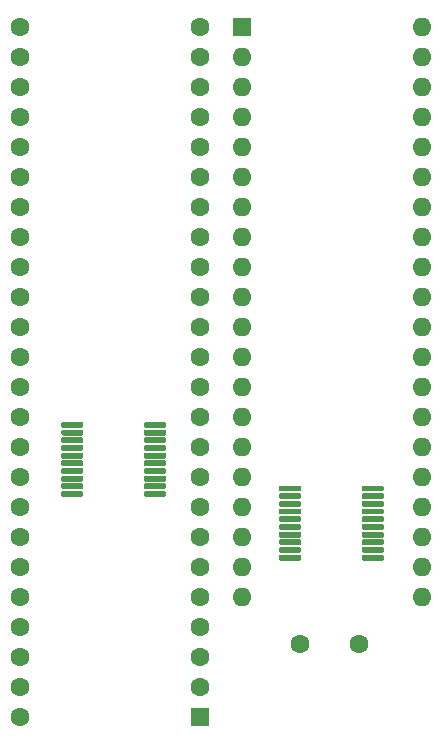
<source format=gbr>
G04 #@! TF.GenerationSoftware,KiCad,Pcbnew,(5.1.8)-1*
G04 #@! TF.CreationDate,2021-03-17T09:54:22-07:00*
G04 #@! TF.ProjectId,MCL64,4d434c36-342e-46b6-9963-61645f706362,rev?*
G04 #@! TF.SameCoordinates,Original*
G04 #@! TF.FileFunction,Soldermask,Bot*
G04 #@! TF.FilePolarity,Negative*
%FSLAX46Y46*%
G04 Gerber Fmt 4.6, Leading zero omitted, Abs format (unit mm)*
G04 Created by KiCad (PCBNEW (5.1.8)-1) date 2021-03-17 09:54:22*
%MOMM*%
%LPD*%
G01*
G04 APERTURE LIST*
%ADD10C,1.600000*%
%ADD11R,1.600000X1.600000*%
%ADD12O,1.600000X1.600000*%
G04 APERTURE END LIST*
D10*
X118532920Y-136410700D03*
X113532920Y-136410700D03*
X89847420Y-142618460D03*
X89847420Y-140078460D03*
X89847420Y-137538460D03*
X89847420Y-134998460D03*
X89847420Y-132458460D03*
X89847420Y-129918460D03*
X89847420Y-127378460D03*
X89847420Y-124838460D03*
X89847420Y-122298460D03*
X89847420Y-119758460D03*
X89847420Y-117218460D03*
X89847420Y-114678460D03*
X89847420Y-112138460D03*
X89847420Y-109598460D03*
D11*
X105087420Y-142618460D03*
D10*
X105087420Y-140078460D03*
X105087420Y-137538460D03*
X105087420Y-134998460D03*
X105087420Y-132458460D03*
X105087420Y-129918460D03*
X105087420Y-127378460D03*
X105087420Y-124838460D03*
X105087420Y-122298460D03*
X105087420Y-119758460D03*
X105087420Y-117218460D03*
X105087420Y-114678460D03*
X105087420Y-112138460D03*
X89847420Y-107058460D03*
X89847420Y-104518460D03*
X89847420Y-101978460D03*
X89847420Y-99438460D03*
X89847420Y-96898460D03*
X89847420Y-94358460D03*
X89847420Y-91818460D03*
X89847420Y-89278460D03*
X89847420Y-86738460D03*
X89847420Y-84198460D03*
X105087420Y-84198460D03*
X105087420Y-86738460D03*
X105087420Y-89278460D03*
X105087420Y-91818460D03*
X105087420Y-109598460D03*
X105087420Y-107058460D03*
X105087420Y-104518460D03*
X105087420Y-94358460D03*
X105087420Y-96898460D03*
X105087420Y-99438460D03*
X105087420Y-101978460D03*
G36*
G01*
X95224760Y-117775260D02*
X95224760Y-118025260D01*
G75*
G02*
X95099760Y-118150260I-125000J0D01*
G01*
X93449760Y-118150260D01*
G75*
G02*
X93324760Y-118025260I0J125000D01*
G01*
X93324760Y-117775260D01*
G75*
G02*
X93449760Y-117650260I125000J0D01*
G01*
X95099760Y-117650260D01*
G75*
G02*
X95224760Y-117775260I0J-125000D01*
G01*
G37*
G36*
G01*
X95224760Y-118425260D02*
X95224760Y-118675260D01*
G75*
G02*
X95099760Y-118800260I-125000J0D01*
G01*
X93449760Y-118800260D01*
G75*
G02*
X93324760Y-118675260I0J125000D01*
G01*
X93324760Y-118425260D01*
G75*
G02*
X93449760Y-118300260I125000J0D01*
G01*
X95099760Y-118300260D01*
G75*
G02*
X95224760Y-118425260I0J-125000D01*
G01*
G37*
G36*
G01*
X95224760Y-119075260D02*
X95224760Y-119325260D01*
G75*
G02*
X95099760Y-119450260I-125000J0D01*
G01*
X93449760Y-119450260D01*
G75*
G02*
X93324760Y-119325260I0J125000D01*
G01*
X93324760Y-119075260D01*
G75*
G02*
X93449760Y-118950260I125000J0D01*
G01*
X95099760Y-118950260D01*
G75*
G02*
X95224760Y-119075260I0J-125000D01*
G01*
G37*
G36*
G01*
X95224760Y-119725260D02*
X95224760Y-119975260D01*
G75*
G02*
X95099760Y-120100260I-125000J0D01*
G01*
X93449760Y-120100260D01*
G75*
G02*
X93324760Y-119975260I0J125000D01*
G01*
X93324760Y-119725260D01*
G75*
G02*
X93449760Y-119600260I125000J0D01*
G01*
X95099760Y-119600260D01*
G75*
G02*
X95224760Y-119725260I0J-125000D01*
G01*
G37*
G36*
G01*
X95224760Y-120375260D02*
X95224760Y-120625260D01*
G75*
G02*
X95099760Y-120750260I-125000J0D01*
G01*
X93449760Y-120750260D01*
G75*
G02*
X93324760Y-120625260I0J125000D01*
G01*
X93324760Y-120375260D01*
G75*
G02*
X93449760Y-120250260I125000J0D01*
G01*
X95099760Y-120250260D01*
G75*
G02*
X95224760Y-120375260I0J-125000D01*
G01*
G37*
G36*
G01*
X95224760Y-121025260D02*
X95224760Y-121275260D01*
G75*
G02*
X95099760Y-121400260I-125000J0D01*
G01*
X93449760Y-121400260D01*
G75*
G02*
X93324760Y-121275260I0J125000D01*
G01*
X93324760Y-121025260D01*
G75*
G02*
X93449760Y-120900260I125000J0D01*
G01*
X95099760Y-120900260D01*
G75*
G02*
X95224760Y-121025260I0J-125000D01*
G01*
G37*
G36*
G01*
X95224760Y-121675260D02*
X95224760Y-121925260D01*
G75*
G02*
X95099760Y-122050260I-125000J0D01*
G01*
X93449760Y-122050260D01*
G75*
G02*
X93324760Y-121925260I0J125000D01*
G01*
X93324760Y-121675260D01*
G75*
G02*
X93449760Y-121550260I125000J0D01*
G01*
X95099760Y-121550260D01*
G75*
G02*
X95224760Y-121675260I0J-125000D01*
G01*
G37*
G36*
G01*
X95224760Y-122325260D02*
X95224760Y-122575260D01*
G75*
G02*
X95099760Y-122700260I-125000J0D01*
G01*
X93449760Y-122700260D01*
G75*
G02*
X93324760Y-122575260I0J125000D01*
G01*
X93324760Y-122325260D01*
G75*
G02*
X93449760Y-122200260I125000J0D01*
G01*
X95099760Y-122200260D01*
G75*
G02*
X95224760Y-122325260I0J-125000D01*
G01*
G37*
G36*
G01*
X95224760Y-122975260D02*
X95224760Y-123225260D01*
G75*
G02*
X95099760Y-123350260I-125000J0D01*
G01*
X93449760Y-123350260D01*
G75*
G02*
X93324760Y-123225260I0J125000D01*
G01*
X93324760Y-122975260D01*
G75*
G02*
X93449760Y-122850260I125000J0D01*
G01*
X95099760Y-122850260D01*
G75*
G02*
X95224760Y-122975260I0J-125000D01*
G01*
G37*
G36*
G01*
X95224760Y-123625260D02*
X95224760Y-123875260D01*
G75*
G02*
X95099760Y-124000260I-125000J0D01*
G01*
X93449760Y-124000260D01*
G75*
G02*
X93324760Y-123875260I0J125000D01*
G01*
X93324760Y-123625260D01*
G75*
G02*
X93449760Y-123500260I125000J0D01*
G01*
X95099760Y-123500260D01*
G75*
G02*
X95224760Y-123625260I0J-125000D01*
G01*
G37*
G36*
G01*
X102224760Y-123625260D02*
X102224760Y-123875260D01*
G75*
G02*
X102099760Y-124000260I-125000J0D01*
G01*
X100449760Y-124000260D01*
G75*
G02*
X100324760Y-123875260I0J125000D01*
G01*
X100324760Y-123625260D01*
G75*
G02*
X100449760Y-123500260I125000J0D01*
G01*
X102099760Y-123500260D01*
G75*
G02*
X102224760Y-123625260I0J-125000D01*
G01*
G37*
G36*
G01*
X102224760Y-122975260D02*
X102224760Y-123225260D01*
G75*
G02*
X102099760Y-123350260I-125000J0D01*
G01*
X100449760Y-123350260D01*
G75*
G02*
X100324760Y-123225260I0J125000D01*
G01*
X100324760Y-122975260D01*
G75*
G02*
X100449760Y-122850260I125000J0D01*
G01*
X102099760Y-122850260D01*
G75*
G02*
X102224760Y-122975260I0J-125000D01*
G01*
G37*
G36*
G01*
X102224760Y-122325260D02*
X102224760Y-122575260D01*
G75*
G02*
X102099760Y-122700260I-125000J0D01*
G01*
X100449760Y-122700260D01*
G75*
G02*
X100324760Y-122575260I0J125000D01*
G01*
X100324760Y-122325260D01*
G75*
G02*
X100449760Y-122200260I125000J0D01*
G01*
X102099760Y-122200260D01*
G75*
G02*
X102224760Y-122325260I0J-125000D01*
G01*
G37*
G36*
G01*
X102224760Y-121675260D02*
X102224760Y-121925260D01*
G75*
G02*
X102099760Y-122050260I-125000J0D01*
G01*
X100449760Y-122050260D01*
G75*
G02*
X100324760Y-121925260I0J125000D01*
G01*
X100324760Y-121675260D01*
G75*
G02*
X100449760Y-121550260I125000J0D01*
G01*
X102099760Y-121550260D01*
G75*
G02*
X102224760Y-121675260I0J-125000D01*
G01*
G37*
G36*
G01*
X102224760Y-121025260D02*
X102224760Y-121275260D01*
G75*
G02*
X102099760Y-121400260I-125000J0D01*
G01*
X100449760Y-121400260D01*
G75*
G02*
X100324760Y-121275260I0J125000D01*
G01*
X100324760Y-121025260D01*
G75*
G02*
X100449760Y-120900260I125000J0D01*
G01*
X102099760Y-120900260D01*
G75*
G02*
X102224760Y-121025260I0J-125000D01*
G01*
G37*
G36*
G01*
X102224760Y-120375260D02*
X102224760Y-120625260D01*
G75*
G02*
X102099760Y-120750260I-125000J0D01*
G01*
X100449760Y-120750260D01*
G75*
G02*
X100324760Y-120625260I0J125000D01*
G01*
X100324760Y-120375260D01*
G75*
G02*
X100449760Y-120250260I125000J0D01*
G01*
X102099760Y-120250260D01*
G75*
G02*
X102224760Y-120375260I0J-125000D01*
G01*
G37*
G36*
G01*
X102224760Y-119725260D02*
X102224760Y-119975260D01*
G75*
G02*
X102099760Y-120100260I-125000J0D01*
G01*
X100449760Y-120100260D01*
G75*
G02*
X100324760Y-119975260I0J125000D01*
G01*
X100324760Y-119725260D01*
G75*
G02*
X100449760Y-119600260I125000J0D01*
G01*
X102099760Y-119600260D01*
G75*
G02*
X102224760Y-119725260I0J-125000D01*
G01*
G37*
G36*
G01*
X102224760Y-119075260D02*
X102224760Y-119325260D01*
G75*
G02*
X102099760Y-119450260I-125000J0D01*
G01*
X100449760Y-119450260D01*
G75*
G02*
X100324760Y-119325260I0J125000D01*
G01*
X100324760Y-119075260D01*
G75*
G02*
X100449760Y-118950260I125000J0D01*
G01*
X102099760Y-118950260D01*
G75*
G02*
X102224760Y-119075260I0J-125000D01*
G01*
G37*
G36*
G01*
X102224760Y-118425260D02*
X102224760Y-118675260D01*
G75*
G02*
X102099760Y-118800260I-125000J0D01*
G01*
X100449760Y-118800260D01*
G75*
G02*
X100324760Y-118675260I0J125000D01*
G01*
X100324760Y-118425260D01*
G75*
G02*
X100449760Y-118300260I125000J0D01*
G01*
X102099760Y-118300260D01*
G75*
G02*
X102224760Y-118425260I0J-125000D01*
G01*
G37*
G36*
G01*
X102224760Y-117775260D02*
X102224760Y-118025260D01*
G75*
G02*
X102099760Y-118150260I-125000J0D01*
G01*
X100449760Y-118150260D01*
G75*
G02*
X100324760Y-118025260I0J125000D01*
G01*
X100324760Y-117775260D01*
G75*
G02*
X100449760Y-117650260I125000J0D01*
G01*
X102099760Y-117650260D01*
G75*
G02*
X102224760Y-117775260I0J-125000D01*
G01*
G37*
G36*
G01*
X113665160Y-123162600D02*
X113665160Y-123412600D01*
G75*
G02*
X113540160Y-123537600I-125000J0D01*
G01*
X111890160Y-123537600D01*
G75*
G02*
X111765160Y-123412600I0J125000D01*
G01*
X111765160Y-123162600D01*
G75*
G02*
X111890160Y-123037600I125000J0D01*
G01*
X113540160Y-123037600D01*
G75*
G02*
X113665160Y-123162600I0J-125000D01*
G01*
G37*
G36*
G01*
X113665160Y-123812600D02*
X113665160Y-124062600D01*
G75*
G02*
X113540160Y-124187600I-125000J0D01*
G01*
X111890160Y-124187600D01*
G75*
G02*
X111765160Y-124062600I0J125000D01*
G01*
X111765160Y-123812600D01*
G75*
G02*
X111890160Y-123687600I125000J0D01*
G01*
X113540160Y-123687600D01*
G75*
G02*
X113665160Y-123812600I0J-125000D01*
G01*
G37*
G36*
G01*
X113665160Y-124462600D02*
X113665160Y-124712600D01*
G75*
G02*
X113540160Y-124837600I-125000J0D01*
G01*
X111890160Y-124837600D01*
G75*
G02*
X111765160Y-124712600I0J125000D01*
G01*
X111765160Y-124462600D01*
G75*
G02*
X111890160Y-124337600I125000J0D01*
G01*
X113540160Y-124337600D01*
G75*
G02*
X113665160Y-124462600I0J-125000D01*
G01*
G37*
G36*
G01*
X113665160Y-125112600D02*
X113665160Y-125362600D01*
G75*
G02*
X113540160Y-125487600I-125000J0D01*
G01*
X111890160Y-125487600D01*
G75*
G02*
X111765160Y-125362600I0J125000D01*
G01*
X111765160Y-125112600D01*
G75*
G02*
X111890160Y-124987600I125000J0D01*
G01*
X113540160Y-124987600D01*
G75*
G02*
X113665160Y-125112600I0J-125000D01*
G01*
G37*
G36*
G01*
X113665160Y-125762600D02*
X113665160Y-126012600D01*
G75*
G02*
X113540160Y-126137600I-125000J0D01*
G01*
X111890160Y-126137600D01*
G75*
G02*
X111765160Y-126012600I0J125000D01*
G01*
X111765160Y-125762600D01*
G75*
G02*
X111890160Y-125637600I125000J0D01*
G01*
X113540160Y-125637600D01*
G75*
G02*
X113665160Y-125762600I0J-125000D01*
G01*
G37*
G36*
G01*
X113665160Y-126412600D02*
X113665160Y-126662600D01*
G75*
G02*
X113540160Y-126787600I-125000J0D01*
G01*
X111890160Y-126787600D01*
G75*
G02*
X111765160Y-126662600I0J125000D01*
G01*
X111765160Y-126412600D01*
G75*
G02*
X111890160Y-126287600I125000J0D01*
G01*
X113540160Y-126287600D01*
G75*
G02*
X113665160Y-126412600I0J-125000D01*
G01*
G37*
G36*
G01*
X113665160Y-127062600D02*
X113665160Y-127312600D01*
G75*
G02*
X113540160Y-127437600I-125000J0D01*
G01*
X111890160Y-127437600D01*
G75*
G02*
X111765160Y-127312600I0J125000D01*
G01*
X111765160Y-127062600D01*
G75*
G02*
X111890160Y-126937600I125000J0D01*
G01*
X113540160Y-126937600D01*
G75*
G02*
X113665160Y-127062600I0J-125000D01*
G01*
G37*
G36*
G01*
X113665160Y-127712600D02*
X113665160Y-127962600D01*
G75*
G02*
X113540160Y-128087600I-125000J0D01*
G01*
X111890160Y-128087600D01*
G75*
G02*
X111765160Y-127962600I0J125000D01*
G01*
X111765160Y-127712600D01*
G75*
G02*
X111890160Y-127587600I125000J0D01*
G01*
X113540160Y-127587600D01*
G75*
G02*
X113665160Y-127712600I0J-125000D01*
G01*
G37*
G36*
G01*
X113665160Y-128362600D02*
X113665160Y-128612600D01*
G75*
G02*
X113540160Y-128737600I-125000J0D01*
G01*
X111890160Y-128737600D01*
G75*
G02*
X111765160Y-128612600I0J125000D01*
G01*
X111765160Y-128362600D01*
G75*
G02*
X111890160Y-128237600I125000J0D01*
G01*
X113540160Y-128237600D01*
G75*
G02*
X113665160Y-128362600I0J-125000D01*
G01*
G37*
G36*
G01*
X113665160Y-129012600D02*
X113665160Y-129262600D01*
G75*
G02*
X113540160Y-129387600I-125000J0D01*
G01*
X111890160Y-129387600D01*
G75*
G02*
X111765160Y-129262600I0J125000D01*
G01*
X111765160Y-129012600D01*
G75*
G02*
X111890160Y-128887600I125000J0D01*
G01*
X113540160Y-128887600D01*
G75*
G02*
X113665160Y-129012600I0J-125000D01*
G01*
G37*
G36*
G01*
X120665160Y-129012600D02*
X120665160Y-129262600D01*
G75*
G02*
X120540160Y-129387600I-125000J0D01*
G01*
X118890160Y-129387600D01*
G75*
G02*
X118765160Y-129262600I0J125000D01*
G01*
X118765160Y-129012600D01*
G75*
G02*
X118890160Y-128887600I125000J0D01*
G01*
X120540160Y-128887600D01*
G75*
G02*
X120665160Y-129012600I0J-125000D01*
G01*
G37*
G36*
G01*
X120665160Y-128362600D02*
X120665160Y-128612600D01*
G75*
G02*
X120540160Y-128737600I-125000J0D01*
G01*
X118890160Y-128737600D01*
G75*
G02*
X118765160Y-128612600I0J125000D01*
G01*
X118765160Y-128362600D01*
G75*
G02*
X118890160Y-128237600I125000J0D01*
G01*
X120540160Y-128237600D01*
G75*
G02*
X120665160Y-128362600I0J-125000D01*
G01*
G37*
G36*
G01*
X120665160Y-127712600D02*
X120665160Y-127962600D01*
G75*
G02*
X120540160Y-128087600I-125000J0D01*
G01*
X118890160Y-128087600D01*
G75*
G02*
X118765160Y-127962600I0J125000D01*
G01*
X118765160Y-127712600D01*
G75*
G02*
X118890160Y-127587600I125000J0D01*
G01*
X120540160Y-127587600D01*
G75*
G02*
X120665160Y-127712600I0J-125000D01*
G01*
G37*
G36*
G01*
X120665160Y-127062600D02*
X120665160Y-127312600D01*
G75*
G02*
X120540160Y-127437600I-125000J0D01*
G01*
X118890160Y-127437600D01*
G75*
G02*
X118765160Y-127312600I0J125000D01*
G01*
X118765160Y-127062600D01*
G75*
G02*
X118890160Y-126937600I125000J0D01*
G01*
X120540160Y-126937600D01*
G75*
G02*
X120665160Y-127062600I0J-125000D01*
G01*
G37*
G36*
G01*
X120665160Y-126412600D02*
X120665160Y-126662600D01*
G75*
G02*
X120540160Y-126787600I-125000J0D01*
G01*
X118890160Y-126787600D01*
G75*
G02*
X118765160Y-126662600I0J125000D01*
G01*
X118765160Y-126412600D01*
G75*
G02*
X118890160Y-126287600I125000J0D01*
G01*
X120540160Y-126287600D01*
G75*
G02*
X120665160Y-126412600I0J-125000D01*
G01*
G37*
G36*
G01*
X120665160Y-125762600D02*
X120665160Y-126012600D01*
G75*
G02*
X120540160Y-126137600I-125000J0D01*
G01*
X118890160Y-126137600D01*
G75*
G02*
X118765160Y-126012600I0J125000D01*
G01*
X118765160Y-125762600D01*
G75*
G02*
X118890160Y-125637600I125000J0D01*
G01*
X120540160Y-125637600D01*
G75*
G02*
X120665160Y-125762600I0J-125000D01*
G01*
G37*
G36*
G01*
X120665160Y-125112600D02*
X120665160Y-125362600D01*
G75*
G02*
X120540160Y-125487600I-125000J0D01*
G01*
X118890160Y-125487600D01*
G75*
G02*
X118765160Y-125362600I0J125000D01*
G01*
X118765160Y-125112600D01*
G75*
G02*
X118890160Y-124987600I125000J0D01*
G01*
X120540160Y-124987600D01*
G75*
G02*
X120665160Y-125112600I0J-125000D01*
G01*
G37*
G36*
G01*
X120665160Y-124462600D02*
X120665160Y-124712600D01*
G75*
G02*
X120540160Y-124837600I-125000J0D01*
G01*
X118890160Y-124837600D01*
G75*
G02*
X118765160Y-124712600I0J125000D01*
G01*
X118765160Y-124462600D01*
G75*
G02*
X118890160Y-124337600I125000J0D01*
G01*
X120540160Y-124337600D01*
G75*
G02*
X120665160Y-124462600I0J-125000D01*
G01*
G37*
G36*
G01*
X120665160Y-123812600D02*
X120665160Y-124062600D01*
G75*
G02*
X120540160Y-124187600I-125000J0D01*
G01*
X118890160Y-124187600D01*
G75*
G02*
X118765160Y-124062600I0J125000D01*
G01*
X118765160Y-123812600D01*
G75*
G02*
X118890160Y-123687600I125000J0D01*
G01*
X120540160Y-123687600D01*
G75*
G02*
X120665160Y-123812600I0J-125000D01*
G01*
G37*
G36*
G01*
X120665160Y-123162600D02*
X120665160Y-123412600D01*
G75*
G02*
X120540160Y-123537600I-125000J0D01*
G01*
X118890160Y-123537600D01*
G75*
G02*
X118765160Y-123412600I0J125000D01*
G01*
X118765160Y-123162600D01*
G75*
G02*
X118890160Y-123037600I125000J0D01*
G01*
X120540160Y-123037600D01*
G75*
G02*
X120665160Y-123162600I0J-125000D01*
G01*
G37*
D12*
X123873260Y-84226400D03*
X108633260Y-132486400D03*
X123873260Y-86766400D03*
X108633260Y-129946400D03*
X123873260Y-89306400D03*
X108633260Y-127406400D03*
X123873260Y-91846400D03*
X108633260Y-124866400D03*
X123873260Y-94386400D03*
X108633260Y-122326400D03*
X123873260Y-96926400D03*
X108633260Y-119786400D03*
X123873260Y-99466400D03*
X108633260Y-117246400D03*
X123873260Y-102006400D03*
X108633260Y-114706400D03*
X123873260Y-104546400D03*
X108633260Y-112166400D03*
X123873260Y-107086400D03*
X108633260Y-109626400D03*
X123873260Y-109626400D03*
X108633260Y-107086400D03*
X123873260Y-112166400D03*
X108633260Y-104546400D03*
X123873260Y-114706400D03*
X108633260Y-102006400D03*
X123873260Y-117246400D03*
X108633260Y-99466400D03*
X123873260Y-119786400D03*
X108633260Y-96926400D03*
X123873260Y-122326400D03*
X108633260Y-94386400D03*
X123873260Y-124866400D03*
X108633260Y-91846400D03*
X123873260Y-127406400D03*
X108633260Y-89306400D03*
X123873260Y-129946400D03*
X108633260Y-86766400D03*
X123873260Y-132486400D03*
D11*
X108633260Y-84226400D03*
M02*

</source>
